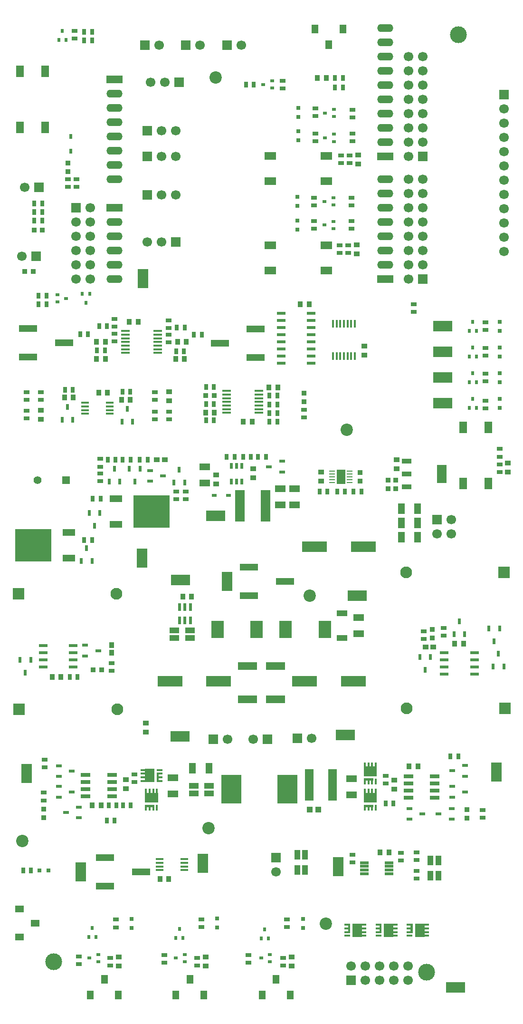
<source format=gts>
G04*
G04 #@! TF.GenerationSoftware,Altium Limited,Altium Designer,21.2.1 (34)*
G04*
G04 Layer_Color=8388736*
%FSLAX25Y25*%
%MOIN*%
G70*
G04*
G04 #@! TF.SameCoordinates,E3247584-B976-4F33-B0A2-C8B4A793FEE3*
G04*
G04*
G04 #@! TF.FilePolarity,Negative*
G04*
G01*
G75*
%ADD18R,0.04724X0.06299*%
%ADD19R,0.08268X0.05512*%
%ADD20R,0.02362X0.04331*%
%ADD21R,0.02205X0.05236*%
%ADD22R,0.04134X0.02362*%
%ADD23R,0.02362X0.04134*%
%ADD24R,0.03937X0.02362*%
%ADD25R,0.03150X0.02362*%
%ADD26R,0.06890X0.12598*%
%ADD27R,0.06890X0.03740*%
%ADD28R,0.05906X0.01772*%
%ADD29R,0.01772X0.05709*%
%ADD30R,0.05709X0.01772*%
%ADD31R,0.05512X0.01772*%
%ADD32R,0.04134X0.00984*%
%ADD33R,0.07008X0.02835*%
%ADD34R,0.06102X0.02362*%
%ADD35R,0.06299X0.02362*%
%ADD36R,0.07598X0.03937*%
%ADD37R,0.03347X0.01968*%
%ADD38R,0.06890X0.04331*%
%ADD39R,0.13583X0.05709*%
%ADD40R,0.02835X0.03898*%
%ADD41R,0.03937X0.03937*%
%ADD42R,0.12992X0.04685*%
%ADD43R,0.03150X0.03150*%
%ADD44R,0.01575X0.04331*%
%ADD45R,0.06496X0.22047*%
%ADD46R,0.07087X0.22441*%
%ADD47R,0.13976X0.20079*%
%ADD48R,0.08661X0.12402*%
%ADD49R,0.13583X0.07284*%
%ADD50R,0.05118X0.07480*%
%ADD51R,0.03937X0.03740*%
%ADD52R,0.03740X0.03543*%
%ADD53R,0.03740X0.03740*%
%ADD54R,0.17323X0.07480*%
%ADD55R,0.03740X0.03740*%
%ADD56R,0.03740X0.03937*%
%ADD57R,0.07480X0.05118*%
%ADD58R,0.03543X0.03740*%
%ADD59R,0.02362X0.03150*%
%ADD60R,0.02362X0.03937*%
%ADD61R,0.03150X0.03150*%
%ADD62R,0.04331X0.01575*%
%ADD63R,0.04331X0.06890*%
%ADD64R,0.03898X0.02835*%
%ADD65R,0.05512X0.08268*%
%ADD66R,0.06299X0.04724*%
%ADD67R,0.07284X0.13583*%
%ADD68R,0.01968X0.03347*%
%ADD69R,0.08661X0.04724*%
%ADD70R,0.25197X0.22835*%
%ADD71R,0.06102X0.02165*%
%ADD72R,0.05906X0.10236*%
%ADD73C,0.11811*%
%ADD74C,0.08661*%
%ADD75R,0.08268X0.08268*%
%ADD76C,0.08268*%
%ADD77C,0.06693*%
%ADD78R,0.06693X0.06693*%
%ADD79R,0.06693X0.06693*%
%ADD80R,0.05512X0.05512*%
%ADD81C,0.05512*%
%ADD82R,0.11201X0.05598*%
%ADD83O,0.11201X0.05598*%
G36*
X258126Y159043D02*
X248874D01*
Y165772D01*
X258126D01*
Y159043D01*
D02*
G37*
G36*
X255567Y155882D02*
X248874D01*
Y157457D01*
X255567D01*
Y155882D01*
D02*
G37*
G36*
X105095Y154874D02*
X103520D01*
Y161567D01*
X105095D01*
Y154874D01*
D02*
G37*
G36*
X101933D02*
X95205D01*
Y164126D01*
X101933D01*
Y154874D01*
D02*
G37*
G36*
X258102Y140543D02*
X248850D01*
Y147272D01*
X258102D01*
Y140543D01*
D02*
G37*
G36*
X104602D02*
X95350D01*
Y147272D01*
X104602D01*
Y140543D01*
D02*
G37*
G36*
X255543Y137382D02*
X248850D01*
Y138957D01*
X255543D01*
Y137382D01*
D02*
G37*
G36*
X102043D02*
X95350D01*
Y138957D01*
X102043D01*
Y137382D01*
D02*
G37*
G36*
X261457Y48933D02*
X259882D01*
Y55626D01*
X261457D01*
Y48933D01*
D02*
G37*
G36*
X239457D02*
X237882D01*
Y55626D01*
X239457D01*
Y48933D01*
D02*
G37*
G36*
X283299Y48902D02*
X281724D01*
Y55594D01*
X283299D01*
Y48902D01*
D02*
G37*
G36*
X269772Y46374D02*
X263043D01*
Y55626D01*
X269772D01*
Y46374D01*
D02*
G37*
G36*
X247772D02*
X241043D01*
Y55626D01*
X247772D01*
Y46374D01*
D02*
G37*
G36*
X291614Y46343D02*
X284886D01*
Y55594D01*
X291614D01*
Y46343D01*
D02*
G37*
D18*
X197217Y5488D02*
D03*
X177532D02*
D03*
X187374Y16512D02*
D03*
X126874D02*
D03*
X117032Y5488D02*
D03*
X136717D02*
D03*
X66874Y16512D02*
D03*
X57032Y5488D02*
D03*
X76717D02*
D03*
X224476Y671988D02*
D03*
X234319Y683012D02*
D03*
X214634D02*
D03*
D19*
X222661Y576142D02*
D03*
X183291D02*
D03*
X222661Y593858D02*
D03*
X183291D02*
D03*
X222661Y513642D02*
D03*
X183291D02*
D03*
X222661Y531358D02*
D03*
X183291D02*
D03*
D20*
X163500Y376524D02*
D03*
X159760D02*
D03*
X156020D02*
D03*
Y365500D02*
D03*
X159760D02*
D03*
X163500D02*
D03*
D21*
X127240Y277724D02*
D03*
X123500D02*
D03*
X119760D02*
D03*
Y268275D02*
D03*
X123500D02*
D03*
X127240D02*
D03*
D22*
X182472Y376000D02*
D03*
X191528Y379740D02*
D03*
Y372260D02*
D03*
X44000Y162500D02*
D03*
X34945Y158760D02*
D03*
Y166240D02*
D03*
X301472Y132500D02*
D03*
X310527Y136240D02*
D03*
Y128760D02*
D03*
X62528Y247000D02*
D03*
X53473Y243260D02*
D03*
Y250740D02*
D03*
X98972Y365760D02*
D03*
X108028Y369500D02*
D03*
X98972Y373240D02*
D03*
X44028Y148000D02*
D03*
X34972Y144260D02*
D03*
Y151740D02*
D03*
X39972Y133500D02*
D03*
X49028Y137240D02*
D03*
Y129760D02*
D03*
X319976Y159000D02*
D03*
Y166480D02*
D03*
X310921Y162740D02*
D03*
Y151740D02*
D03*
Y144260D02*
D03*
X319976Y148000D02*
D03*
D23*
X115760Y364972D02*
D03*
X123240D02*
D03*
X119500Y374027D02*
D03*
X295717Y242528D02*
D03*
X288236D02*
D03*
X291976Y233472D02*
D03*
X41000Y418027D02*
D03*
X44740Y408973D02*
D03*
X37260D02*
D03*
X83000Y416528D02*
D03*
X86740Y407473D02*
D03*
X79260D02*
D03*
X344240Y262528D02*
D03*
X336760D02*
D03*
X340500Y253472D02*
D03*
X339760Y235972D02*
D03*
X347240D02*
D03*
X343500Y245028D02*
D03*
D24*
X280972Y136240D02*
D03*
Y128760D02*
D03*
X290028Y132500D02*
D03*
D25*
X221645Y624067D02*
D03*
X227944Y626626D02*
D03*
Y621508D02*
D03*
X33850Y496559D02*
D03*
Y491441D02*
D03*
X40150Y494000D02*
D03*
X62650Y28941D02*
D03*
Y34059D02*
D03*
X56350Y31500D02*
D03*
X123299Y28941D02*
D03*
Y34059D02*
D03*
X117000Y31500D02*
D03*
X183150Y28941D02*
D03*
Y34059D02*
D03*
X176850Y31500D02*
D03*
X184626Y641441D02*
D03*
Y646559D02*
D03*
X178327Y644000D02*
D03*
X227626Y542941D02*
D03*
Y548059D02*
D03*
X221327Y545500D02*
D03*
X227626Y559441D02*
D03*
Y564559D02*
D03*
X221327Y562000D02*
D03*
X227976Y604000D02*
D03*
Y609118D02*
D03*
X221677Y606559D02*
D03*
D26*
X303697Y371000D02*
D03*
D27*
X278894Y361945D02*
D03*
Y371000D02*
D03*
Y380055D02*
D03*
D28*
X81559Y471177D02*
D03*
Y468618D02*
D03*
Y466059D02*
D03*
Y463500D02*
D03*
Y460941D02*
D03*
Y458382D02*
D03*
Y455823D02*
D03*
X104394D02*
D03*
Y458382D02*
D03*
Y460941D02*
D03*
Y463500D02*
D03*
Y466059D02*
D03*
Y468618D02*
D03*
Y471177D02*
D03*
X175417Y413823D02*
D03*
Y416382D02*
D03*
Y418941D02*
D03*
Y421500D02*
D03*
Y424059D02*
D03*
Y426618D02*
D03*
Y429177D02*
D03*
X152583D02*
D03*
Y426618D02*
D03*
Y424059D02*
D03*
Y421500D02*
D03*
Y418941D02*
D03*
Y416382D02*
D03*
Y413823D02*
D03*
D29*
X242677Y476394D02*
D03*
X240118D02*
D03*
X237559D02*
D03*
X235000D02*
D03*
X232441D02*
D03*
X229882D02*
D03*
X227323D02*
D03*
Y453559D02*
D03*
X229882D02*
D03*
X232441D02*
D03*
X235000D02*
D03*
X237559D02*
D03*
X240118D02*
D03*
X242677D02*
D03*
D30*
X53315Y420838D02*
D03*
Y418280D02*
D03*
Y415721D02*
D03*
Y413161D02*
D03*
X70638D02*
D03*
Y415721D02*
D03*
Y418280D02*
D03*
Y420838D02*
D03*
D31*
X105839Y100838D02*
D03*
Y98280D02*
D03*
Y95720D02*
D03*
Y93161D02*
D03*
X123161D02*
D03*
Y95720D02*
D03*
Y98280D02*
D03*
Y100838D02*
D03*
D32*
X226768Y372929D02*
D03*
Y370961D02*
D03*
Y368992D02*
D03*
Y367024D02*
D03*
Y365055D02*
D03*
X239169D02*
D03*
Y367024D02*
D03*
Y368992D02*
D03*
Y370961D02*
D03*
Y372929D02*
D03*
D33*
X298712Y144000D02*
D03*
Y149000D02*
D03*
Y154000D02*
D03*
Y159000D02*
D03*
X280287D02*
D03*
Y154000D02*
D03*
Y149000D02*
D03*
Y144000D02*
D03*
X72189Y160000D02*
D03*
Y155000D02*
D03*
Y150000D02*
D03*
Y145000D02*
D03*
X53764D02*
D03*
Y150000D02*
D03*
Y155000D02*
D03*
Y160000D02*
D03*
D34*
X326606Y245500D02*
D03*
Y240500D02*
D03*
Y235500D02*
D03*
Y230500D02*
D03*
X305346D02*
D03*
Y235500D02*
D03*
Y240500D02*
D03*
Y245500D02*
D03*
X45130Y235500D02*
D03*
Y240500D02*
D03*
Y245500D02*
D03*
Y250500D02*
D03*
X23870D02*
D03*
Y245500D02*
D03*
Y240500D02*
D03*
Y235500D02*
D03*
D35*
X190870Y483524D02*
D03*
Y478524D02*
D03*
Y473524D02*
D03*
Y468524D02*
D03*
Y463524D02*
D03*
Y458524D02*
D03*
Y453524D02*
D03*
Y448524D02*
D03*
X212130D02*
D03*
Y453524D02*
D03*
Y458524D02*
D03*
Y463524D02*
D03*
Y468524D02*
D03*
Y473524D02*
D03*
Y478524D02*
D03*
Y483524D02*
D03*
D36*
X233812Y255743D02*
D03*
Y273144D02*
D03*
D37*
X143882Y356000D02*
D03*
X154118D02*
D03*
D38*
X126913Y255744D02*
D03*
X116086Y261256D02*
D03*
X126913D02*
D03*
X116086Y255744D02*
D03*
X140413Y152256D02*
D03*
X129587Y146744D02*
D03*
X140413D02*
D03*
X129587Y152256D02*
D03*
D39*
X167500Y236114D02*
D03*
Y212886D02*
D03*
X187000Y236114D02*
D03*
Y212886D02*
D03*
D40*
X15500Y93000D02*
D03*
X10067D02*
D03*
X166284Y644000D02*
D03*
X171716D02*
D03*
X26217Y496000D02*
D03*
X20784D02*
D03*
X20807Y490000D02*
D03*
X26240D02*
D03*
X52784Y675000D02*
D03*
X58217D02*
D03*
X52784Y681000D02*
D03*
X58217D02*
D03*
X74717Y381000D02*
D03*
X69283D02*
D03*
X58784Y353500D02*
D03*
X64217D02*
D03*
X52784Y324500D02*
D03*
X58217D02*
D03*
X91783Y381000D02*
D03*
X97216D02*
D03*
X79783D02*
D03*
X85216D02*
D03*
X247217Y358500D02*
D03*
X241783D02*
D03*
X68567Y128000D02*
D03*
X74000D02*
D03*
X269717Y140000D02*
D03*
X264283D02*
D03*
X48000Y228500D02*
D03*
X42567D02*
D03*
X63283Y474500D02*
D03*
X68717D02*
D03*
X61760Y457500D02*
D03*
X67193D02*
D03*
X188216Y419500D02*
D03*
X182783D02*
D03*
X138284Y408500D02*
D03*
X143717D02*
D03*
X50067Y469000D02*
D03*
X55500D02*
D03*
X182783Y426000D02*
D03*
X188216D02*
D03*
X138284Y420000D02*
D03*
X143717D02*
D03*
X182783Y407500D02*
D03*
X188216D02*
D03*
X182783Y413500D02*
D03*
X188216D02*
D03*
X117283Y457000D02*
D03*
X122716D02*
D03*
X143717Y432000D02*
D03*
X138284D02*
D03*
X39283Y430000D02*
D03*
X44717D02*
D03*
X85150Y428500D02*
D03*
X79716D02*
D03*
X17784Y560500D02*
D03*
X23216D02*
D03*
X17784Y554500D02*
D03*
X23216D02*
D03*
X17784Y548500D02*
D03*
X23216D02*
D03*
X234193Y648500D02*
D03*
X228760D02*
D03*
X135216Y468500D02*
D03*
X129783D02*
D03*
X117783Y473500D02*
D03*
X123216D02*
D03*
X79976Y138500D02*
D03*
X85409D02*
D03*
X70043D02*
D03*
X75476D02*
D03*
X309784Y173000D02*
D03*
X315216D02*
D03*
X234216Y642000D02*
D03*
X228783D02*
D03*
X152784Y383000D02*
D03*
X158217D02*
D03*
X180217D02*
D03*
X174784D02*
D03*
X230283Y358500D02*
D03*
X235717D02*
D03*
X218067D02*
D03*
X223500D02*
D03*
X164284Y383000D02*
D03*
X169717D02*
D03*
D41*
X217000Y135500D02*
D03*
X211095D02*
D03*
D42*
X168500Y285500D02*
D03*
Y305500D02*
D03*
X193697Y295500D02*
D03*
X38598Y463000D02*
D03*
X13401Y473000D02*
D03*
Y453000D02*
D03*
X67402Y82000D02*
D03*
Y102000D02*
D03*
X92598Y92000D02*
D03*
X173140Y472736D02*
D03*
X147943Y462736D02*
D03*
X173140Y452736D02*
D03*
D43*
X27799Y93000D02*
D03*
X21500D02*
D03*
D44*
X96138Y136791D02*
D03*
X98697D02*
D03*
X101256D02*
D03*
X103815D02*
D03*
Y148209D02*
D03*
X101256D02*
D03*
X98697D02*
D03*
X96138D02*
D03*
X249661Y166709D02*
D03*
X252221D02*
D03*
X254780D02*
D03*
X257339D02*
D03*
Y155291D02*
D03*
X254780D02*
D03*
X252221D02*
D03*
X249661D02*
D03*
X249638Y148209D02*
D03*
X252197D02*
D03*
X254756D02*
D03*
X257315D02*
D03*
Y136791D02*
D03*
X254756D02*
D03*
X252197D02*
D03*
X249638D02*
D03*
D45*
X210831Y153000D02*
D03*
X227169D02*
D03*
D46*
X180055Y348500D02*
D03*
X161945D02*
D03*
D47*
X156130Y150000D02*
D03*
X195500D02*
D03*
D48*
X194033Y261943D02*
D03*
X221592D02*
D03*
X146220Y262000D02*
D03*
X173780D02*
D03*
D49*
X145000Y341500D02*
D03*
X120000Y187000D02*
D03*
X236000Y188000D02*
D03*
X304476Y474500D02*
D03*
Y456500D02*
D03*
Y438500D02*
D03*
Y420500D02*
D03*
X120500Y296500D02*
D03*
X244500Y285500D02*
D03*
X313500Y11000D02*
D03*
D50*
X286709Y326500D02*
D03*
X275291D02*
D03*
X128791Y164500D02*
D03*
X140209D02*
D03*
X275291Y346476D02*
D03*
X286709D02*
D03*
X275291Y336476D02*
D03*
X286709D02*
D03*
D51*
X297756Y249500D02*
D03*
X292244D02*
D03*
X145500Y370150D02*
D03*
Y363850D02*
D03*
X96000Y196150D02*
D03*
Y189850D02*
D03*
X103744Y381000D02*
D03*
X109256D02*
D03*
X219000Y372150D02*
D03*
Y365850D02*
D03*
X81976Y150350D02*
D03*
Y156649D02*
D03*
X270476Y156149D02*
D03*
Y149850D02*
D03*
X22500Y409350D02*
D03*
Y415650D02*
D03*
X112500Y428650D02*
D03*
Y422350D02*
D03*
X249500Y454350D02*
D03*
Y460649D02*
D03*
X350000Y378650D02*
D03*
Y372351D02*
D03*
X77000Y32149D02*
D03*
Y25850D02*
D03*
X138000Y32149D02*
D03*
Y25850D02*
D03*
X198500Y32149D02*
D03*
Y25850D02*
D03*
X244000Y531649D02*
D03*
Y525350D02*
D03*
X244976Y594650D02*
D03*
Y588350D02*
D03*
X272000Y380799D02*
D03*
Y374500D02*
D03*
X171500Y368350D02*
D03*
Y374650D02*
D03*
D52*
X266000Y366453D02*
D03*
Y360547D02*
D03*
X246500Y366000D02*
D03*
Y371905D02*
D03*
X271500Y360547D02*
D03*
Y366453D02*
D03*
X207000Y427453D02*
D03*
Y421547D02*
D03*
X24500Y135953D02*
D03*
Y130047D02*
D03*
X321500Y129547D02*
D03*
Y135453D02*
D03*
D53*
X16953Y513024D02*
D03*
X11047D02*
D03*
X59000Y233500D02*
D03*
X64905D02*
D03*
X17547Y542000D02*
D03*
X23453D02*
D03*
D54*
X248626Y320000D02*
D03*
X214374D02*
D03*
X147126Y225500D02*
D03*
X112874D02*
D03*
X207374D02*
D03*
X241626D02*
D03*
D55*
X41500Y583047D02*
D03*
Y588953D02*
D03*
X296976Y256047D02*
D03*
Y261953D02*
D03*
D56*
X58327Y138500D02*
D03*
X64626D02*
D03*
X287000Y166000D02*
D03*
X280701D02*
D03*
X72000Y245500D02*
D03*
Y251012D02*
D03*
X36500Y228500D02*
D03*
X30201D02*
D03*
X319126Y252000D02*
D03*
X312827D02*
D03*
X61327Y451500D02*
D03*
X67626D02*
D03*
X188673Y431500D02*
D03*
X182374D02*
D03*
X137850Y414000D02*
D03*
X144150D02*
D03*
X67650Y463500D02*
D03*
X61351D02*
D03*
X170650Y407500D02*
D03*
X164350D02*
D03*
X90650Y477500D02*
D03*
X84351D02*
D03*
X69150Y428000D02*
D03*
X62850D02*
D03*
X116850Y451500D02*
D03*
X123150D02*
D03*
X38850Y424500D02*
D03*
X45149D02*
D03*
X85150Y423000D02*
D03*
X78851D02*
D03*
X204350Y490000D02*
D03*
X210649D02*
D03*
X128149Y285000D02*
D03*
X121850D02*
D03*
X260350Y105500D02*
D03*
X266650D02*
D03*
X105850Y87000D02*
D03*
X112150D02*
D03*
X222626Y648500D02*
D03*
X216327D02*
D03*
X124500Y463500D02*
D03*
X118201D02*
D03*
D57*
X115000Y158000D02*
D03*
Y146583D02*
D03*
X240500Y145791D02*
D03*
Y157209D02*
D03*
X245500Y258791D02*
D03*
Y270209D02*
D03*
X190500Y360709D02*
D03*
Y349291D02*
D03*
X200500Y360709D02*
D03*
Y349291D02*
D03*
X137500Y364583D02*
D03*
Y376000D02*
D03*
D58*
X138024Y426000D02*
D03*
X143929D02*
D03*
D59*
X56559Y497150D02*
D03*
X51441D02*
D03*
X54000Y490850D02*
D03*
X34917Y675350D02*
D03*
X40036D02*
D03*
X37477Y681649D02*
D03*
X325476Y477649D02*
D03*
X328035Y471350D02*
D03*
X322917D02*
D03*
X325476Y459650D02*
D03*
X328035Y453350D02*
D03*
X322917D02*
D03*
X325476Y441649D02*
D03*
X328035Y435350D02*
D03*
X322917D02*
D03*
X325476Y423650D02*
D03*
X328035Y417350D02*
D03*
X322917D02*
D03*
X55941Y46350D02*
D03*
X61059D02*
D03*
X58500Y52649D02*
D03*
X119559Y51799D02*
D03*
X122118Y45500D02*
D03*
X117000D02*
D03*
X176941Y45350D02*
D03*
X182059D02*
D03*
X179500Y51649D02*
D03*
D60*
X54500Y319028D02*
D03*
X58240Y309972D02*
D03*
X50760D02*
D03*
X88240Y365445D02*
D03*
X84500Y374500D02*
D03*
X91980D02*
D03*
X60000Y334472D02*
D03*
X56260Y343528D02*
D03*
X63740D02*
D03*
X74000Y374500D02*
D03*
X77740Y365445D02*
D03*
X70260D02*
D03*
X15240Y240528D02*
D03*
X7760D02*
D03*
X11500Y231472D02*
D03*
X312260Y258472D02*
D03*
X319740D02*
D03*
X316000Y267528D02*
D03*
D61*
X344476Y477649D02*
D03*
Y471350D02*
D03*
Y453350D02*
D03*
Y459650D02*
D03*
Y441649D02*
D03*
Y435350D02*
D03*
Y423650D02*
D03*
Y417350D02*
D03*
X86000Y59000D02*
D03*
Y52701D02*
D03*
X146126Y59150D02*
D03*
Y52851D02*
D03*
X206500Y59000D02*
D03*
Y52701D02*
D03*
X202476Y548650D02*
D03*
Y542350D02*
D03*
Y565149D02*
D03*
Y558850D02*
D03*
X202976Y611150D02*
D03*
Y604850D02*
D03*
Y627649D02*
D03*
Y621350D02*
D03*
D62*
X248709Y54839D02*
D03*
Y52280D02*
D03*
Y49720D02*
D03*
Y47161D02*
D03*
X237291D02*
D03*
Y49720D02*
D03*
Y52280D02*
D03*
Y54839D02*
D03*
X259291D02*
D03*
Y52280D02*
D03*
Y49720D02*
D03*
Y47161D02*
D03*
X270709D02*
D03*
Y49720D02*
D03*
Y52280D02*
D03*
Y54839D02*
D03*
X292551Y54807D02*
D03*
Y52248D02*
D03*
Y49689D02*
D03*
Y47130D02*
D03*
X281134D02*
D03*
Y49689D02*
D03*
Y52248D02*
D03*
Y54807D02*
D03*
X105685Y155661D02*
D03*
Y158221D02*
D03*
Y160780D02*
D03*
Y163338D02*
D03*
X94268D02*
D03*
Y160780D02*
D03*
Y158221D02*
D03*
Y155661D02*
D03*
D63*
X301256Y99913D02*
D03*
X295744Y89087D02*
D03*
Y99913D02*
D03*
X301256Y89087D02*
D03*
X207756Y93087D02*
D03*
X202244Y103913D02*
D03*
Y93087D02*
D03*
X207756Y103913D02*
D03*
D64*
X192000Y646716D02*
D03*
Y641284D02*
D03*
X46000Y681716D02*
D03*
Y676284D02*
D03*
X284000Y490000D02*
D03*
Y484567D02*
D03*
X64000Y365784D02*
D03*
Y371217D02*
D03*
X41500Y577716D02*
D03*
Y572284D02*
D03*
X64000Y381433D02*
D03*
Y376000D02*
D03*
X47500Y577716D02*
D03*
Y572284D02*
D03*
X117500Y358717D02*
D03*
Y353284D02*
D03*
X124000D02*
D03*
Y358717D02*
D03*
X87976Y160216D02*
D03*
Y154783D02*
D03*
X264500Y153784D02*
D03*
Y159216D02*
D03*
X72000Y238216D02*
D03*
Y232784D02*
D03*
X290976Y260717D02*
D03*
Y255283D02*
D03*
X305000Y257567D02*
D03*
Y263000D02*
D03*
X12500Y428217D02*
D03*
Y422784D02*
D03*
X22500D02*
D03*
Y428217D02*
D03*
X112500Y409260D02*
D03*
Y414693D02*
D03*
X102500Y414716D02*
D03*
Y409283D02*
D03*
X12500Y415216D02*
D03*
Y409784D02*
D03*
X102500Y422784D02*
D03*
Y428217D02*
D03*
X74000Y469217D02*
D03*
Y463783D02*
D03*
X112000Y463283D02*
D03*
Y468716D02*
D03*
X74000Y479716D02*
D03*
Y474284D02*
D03*
X207000Y415933D02*
D03*
Y410500D02*
D03*
X112000Y478717D02*
D03*
Y473283D02*
D03*
X344500Y372284D02*
D03*
Y377716D02*
D03*
X334476Y477216D02*
D03*
Y471783D02*
D03*
Y459216D02*
D03*
Y453784D02*
D03*
X334476Y435783D02*
D03*
Y441217D02*
D03*
X334476Y422217D02*
D03*
Y416784D02*
D03*
X344500Y383000D02*
D03*
Y388433D02*
D03*
X286000Y100284D02*
D03*
Y105717D02*
D03*
X275000Y99783D02*
D03*
Y105217D02*
D03*
X286000Y92716D02*
D03*
Y87283D02*
D03*
X241000Y103933D02*
D03*
Y98500D02*
D03*
X75000Y53067D02*
D03*
Y58500D02*
D03*
X135000Y53284D02*
D03*
Y58716D02*
D03*
X195000Y53284D02*
D03*
Y58716D02*
D03*
X48874Y27283D02*
D03*
Y32717D02*
D03*
X108874Y28284D02*
D03*
Y33716D02*
D03*
X168000Y28284D02*
D03*
Y33716D02*
D03*
X71000Y31717D02*
D03*
Y26283D02*
D03*
X132000Y31716D02*
D03*
Y26283D02*
D03*
X192500Y31716D02*
D03*
Y26283D02*
D03*
X213977Y548216D02*
D03*
Y542783D02*
D03*
Y564716D02*
D03*
Y559283D02*
D03*
X214977Y609717D02*
D03*
Y604284D02*
D03*
X214976Y627216D02*
D03*
Y621783D02*
D03*
X240476Y542783D02*
D03*
Y548216D02*
D03*
Y559283D02*
D03*
Y564716D02*
D03*
X240976Y604284D02*
D03*
Y609717D02*
D03*
Y620784D02*
D03*
Y626217D02*
D03*
X237977Y525783D02*
D03*
Y531216D02*
D03*
X239000Y588784D02*
D03*
Y594216D02*
D03*
X231977Y525783D02*
D03*
Y531216D02*
D03*
X233000Y588784D02*
D03*
Y594216D02*
D03*
X25000Y170717D02*
D03*
Y165284D02*
D03*
X24500Y147433D02*
D03*
Y142000D02*
D03*
X332500Y135216D02*
D03*
Y129783D02*
D03*
D65*
X25335Y653185D02*
D03*
Y613815D02*
D03*
X7618Y653185D02*
D03*
Y613815D02*
D03*
X318642Y364315D02*
D03*
Y403685D02*
D03*
X336358Y364315D02*
D03*
Y403685D02*
D03*
D66*
X18488Y56000D02*
D03*
X7464Y65842D02*
D03*
Y46158D02*
D03*
D67*
X12500Y161000D02*
D03*
X342000Y162000D02*
D03*
X231000Y95500D02*
D03*
X136000Y98000D02*
D03*
X50500Y92000D02*
D03*
X153000Y295500D02*
D03*
X94000Y508000D02*
D03*
X93500Y312000D02*
D03*
D68*
X43500Y597382D02*
D03*
Y607618D02*
D03*
D69*
X41901Y329976D02*
D03*
Y312023D02*
D03*
X75099Y335524D02*
D03*
Y353476D02*
D03*
D70*
X17098Y321000D02*
D03*
X99902Y344500D02*
D03*
D71*
X266661Y90661D02*
D03*
Y93220D02*
D03*
Y95780D02*
D03*
Y98339D02*
D03*
X249339D02*
D03*
Y95780D02*
D03*
Y93220D02*
D03*
Y90661D02*
D03*
D72*
X232968Y368992D02*
D03*
D73*
X293000Y21500D02*
D03*
X31500Y29000D02*
D03*
X315500Y679000D02*
D03*
D74*
X9500Y113500D02*
D03*
X222500Y55500D02*
D03*
X237000Y402000D02*
D03*
X140000Y122500D02*
D03*
X211000Y285500D02*
D03*
X145000Y649000D02*
D03*
D75*
X6551Y287000D02*
D03*
X347949Y206500D02*
D03*
X347449Y302000D02*
D03*
X7102Y206000D02*
D03*
D76*
X75449Y287000D02*
D03*
X279051Y206500D02*
D03*
X278551Y302000D02*
D03*
X76000Y206000D02*
D03*
D77*
X280500Y577500D02*
D03*
Y567500D02*
D03*
X290500Y577500D02*
D03*
Y567500D02*
D03*
X280500Y537500D02*
D03*
X290500D02*
D03*
X280500Y527500D02*
D03*
X290500D02*
D03*
X280500Y507500D02*
D03*
X290500Y517500D02*
D03*
X280500D02*
D03*
X290500Y547500D02*
D03*
X280500D02*
D03*
X290500Y557500D02*
D03*
X280500D02*
D03*
X56842Y527500D02*
D03*
X46843D02*
D03*
X56842Y537500D02*
D03*
X46843D02*
D03*
X56842Y557500D02*
D03*
X46843Y547500D02*
D03*
X56842D02*
D03*
X46843Y517500D02*
D03*
Y507500D02*
D03*
X56842Y517500D02*
D03*
Y507500D02*
D03*
X347500Y527000D02*
D03*
Y537000D02*
D03*
Y547000D02*
D03*
Y567000D02*
D03*
Y577000D02*
D03*
Y597000D02*
D03*
Y617000D02*
D03*
Y627000D02*
D03*
Y607000D02*
D03*
Y587000D02*
D03*
Y557000D02*
D03*
X310500Y339024D02*
D03*
Y329024D02*
D03*
X300500D02*
D03*
X106976Y566500D02*
D03*
X116976D02*
D03*
X153500Y185000D02*
D03*
X239843Y25968D02*
D03*
X249843Y15968D02*
D03*
Y25968D02*
D03*
X259842Y15968D02*
D03*
Y25968D02*
D03*
X269843Y15968D02*
D03*
X279842D02*
D03*
X269843Y25968D02*
D03*
X279842D02*
D03*
X97000Y533500D02*
D03*
X107000D02*
D03*
X105476Y671500D02*
D03*
X133976D02*
D03*
X162976D02*
D03*
X280500Y663500D02*
D03*
Y653500D02*
D03*
X290500Y663500D02*
D03*
Y653500D02*
D03*
X280500Y623500D02*
D03*
X290500D02*
D03*
X280500Y613500D02*
D03*
X290500D02*
D03*
X280500Y593500D02*
D03*
X290500Y603500D02*
D03*
X280500D02*
D03*
X290500Y633500D02*
D03*
X280500D02*
D03*
X290500Y643500D02*
D03*
X280500D02*
D03*
X109476Y645500D02*
D03*
X99476D02*
D03*
X106976Y611500D02*
D03*
X116976D02*
D03*
X106976Y593500D02*
D03*
X116976D02*
D03*
X11000Y572000D02*
D03*
X9000Y523524D02*
D03*
X187500Y92000D02*
D03*
X212300Y185500D02*
D03*
X171500Y185000D02*
D03*
D78*
X290500Y507500D02*
D03*
X46843Y557500D02*
D03*
X96976Y566500D02*
D03*
X143500Y185000D02*
D03*
X117000Y533500D02*
D03*
X95476Y671500D02*
D03*
X123976D02*
D03*
X152976D02*
D03*
X290500Y593500D02*
D03*
X119476Y645500D02*
D03*
X96976Y611500D02*
D03*
Y593500D02*
D03*
X21000Y572000D02*
D03*
X19000Y523524D02*
D03*
X202300Y185500D02*
D03*
X181500Y185000D02*
D03*
D79*
X347500Y637000D02*
D03*
X300500Y339024D02*
D03*
X239843Y15968D02*
D03*
X187500Y102000D02*
D03*
D80*
X39843Y366500D02*
D03*
D81*
X20157D02*
D03*
D82*
X73842Y557500D02*
D03*
X263843Y593500D02*
D03*
Y507500D02*
D03*
X73842Y647500D02*
D03*
D83*
X263843Y683500D02*
D03*
Y673500D02*
D03*
Y663500D02*
D03*
Y653500D02*
D03*
Y643500D02*
D03*
Y633500D02*
D03*
Y623500D02*
D03*
Y613500D02*
D03*
Y603500D02*
D03*
Y577500D02*
D03*
Y567500D02*
D03*
Y557500D02*
D03*
Y547500D02*
D03*
Y537500D02*
D03*
Y527500D02*
D03*
Y517500D02*
D03*
X73842Y507500D02*
D03*
Y517500D02*
D03*
Y527500D02*
D03*
Y537500D02*
D03*
Y547500D02*
D03*
Y637500D02*
D03*
Y617500D02*
D03*
Y607500D02*
D03*
Y627500D02*
D03*
Y597500D02*
D03*
Y587500D02*
D03*
Y577500D02*
D03*
M02*

</source>
